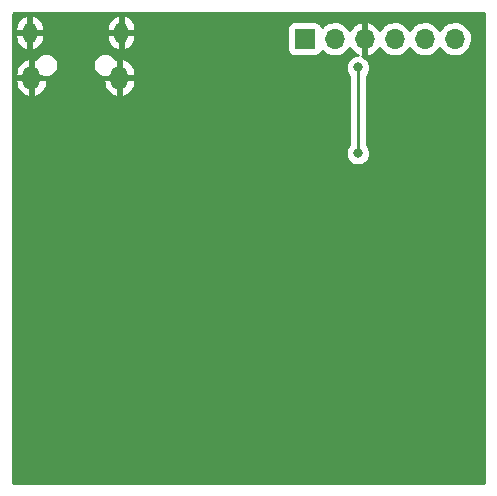
<source format=gbr>
G04 #@! TF.GenerationSoftware,KiCad,Pcbnew,(5.99.0-863-g2d7f4d60c)*
G04 #@! TF.CreationDate,2020-04-02T16:04:36+02:00*
G04 #@! TF.ProjectId,lab1,6c616231-2e6b-4696-9361-645f70636258,rev?*
G04 #@! TF.SameCoordinates,Original*
G04 #@! TF.FileFunction,Copper,L2,Bot*
G04 #@! TF.FilePolarity,Positive*
%FSLAX46Y46*%
G04 Gerber Fmt 4.6, Leading zero omitted, Abs format (unit mm)*
G04 Created by KiCad (PCBNEW (5.99.0-863-g2d7f4d60c)) date 2020-04-02 16:04:36*
%MOMM*%
%LPD*%
G01*
G04 APERTURE LIST*
%ADD10O,1.150000X1.800000*%
%ADD11O,1.450000X2.000000*%
%ADD12O,1.700000X1.700000*%
%ADD13R,1.700000X1.700000*%
%ADD14C,0.800000*%
%ADD15C,0.250000*%
%ADD16C,0.254000*%
G04 APERTURE END LIST*
D10*
X41435000Y-31780000D03*
X49185000Y-31780000D03*
D11*
X41585000Y-35580000D03*
X49035000Y-35580000D03*
D12*
X77410000Y-32300000D03*
X74870000Y-32300000D03*
X72330000Y-32300000D03*
X69790000Y-32300000D03*
X67250000Y-32300000D03*
D13*
X64710000Y-32300000D03*
D14*
X58010000Y-65240000D03*
X69227347Y-34727347D03*
X69227347Y-41992653D03*
X64080000Y-48750000D03*
D15*
X69227347Y-34727347D02*
X69227347Y-41992653D01*
G36*
X79874000Y-69884000D02*
G01*
X40056000Y-69884000D01*
X40056000Y-35781808D01*
X40226000Y-35781808D01*
X40226000Y-35911571D01*
X40226240Y-35917065D01*
X40241054Y-36086387D01*
X40242965Y-36097222D01*
X40301651Y-36316245D01*
X40305414Y-36326584D01*
X40401243Y-36532089D01*
X40406744Y-36541617D01*
X40536802Y-36727361D01*
X40543874Y-36735789D01*
X40704211Y-36896125D01*
X40712639Y-36903198D01*
X40898381Y-37033256D01*
X40907909Y-37038757D01*
X41113415Y-37134586D01*
X41123754Y-37138349D01*
X41358408Y-37201224D01*
X41457000Y-37125571D01*
X41712999Y-37125571D01*
X41811591Y-37201224D01*
X42046245Y-37138349D01*
X42056584Y-37134586D01*
X42262089Y-37038757D01*
X42271617Y-37033256D01*
X42457361Y-36903198D01*
X42465789Y-36896126D01*
X42626126Y-36735789D01*
X42633198Y-36727361D01*
X42763256Y-36541618D01*
X42768757Y-36532090D01*
X42864586Y-36326585D01*
X42868349Y-36316246D01*
X42927035Y-36097223D01*
X42928946Y-36086388D01*
X42943760Y-35917066D01*
X42944000Y-35911572D01*
X42944000Y-35781809D01*
X42943999Y-35781808D01*
X47676000Y-35781808D01*
X47676000Y-35911571D01*
X47676240Y-35917065D01*
X47691054Y-36086387D01*
X47692965Y-36097222D01*
X47751651Y-36316245D01*
X47755414Y-36326584D01*
X47851243Y-36532089D01*
X47856744Y-36541617D01*
X47986802Y-36727361D01*
X47993874Y-36735789D01*
X48154211Y-36896125D01*
X48162639Y-36903198D01*
X48348381Y-37033256D01*
X48357909Y-37038757D01*
X48563415Y-37134586D01*
X48573754Y-37138349D01*
X48808408Y-37201224D01*
X48907000Y-37125571D01*
X49162999Y-37125571D01*
X49261591Y-37201224D01*
X49496245Y-37138349D01*
X49506584Y-37134586D01*
X49712089Y-37038757D01*
X49721617Y-37033256D01*
X49907361Y-36903198D01*
X49915789Y-36896126D01*
X50076126Y-36735789D01*
X50083198Y-36727361D01*
X50213256Y-36541618D01*
X50218757Y-36532090D01*
X50314586Y-36326585D01*
X50318349Y-36316246D01*
X50377035Y-36097223D01*
X50378946Y-36086388D01*
X50393760Y-35917066D01*
X50394000Y-35911572D01*
X50394000Y-35781809D01*
X50320191Y-35708000D01*
X49236809Y-35707999D01*
X49163000Y-35781808D01*
X49162999Y-37125571D01*
X48907000Y-37125571D01*
X48907001Y-35781809D01*
X48833192Y-35708000D01*
X47749809Y-35707999D01*
X47676000Y-35781808D01*
X42943999Y-35781808D01*
X42870191Y-35708000D01*
X41786809Y-35707999D01*
X41713000Y-35781808D01*
X41712999Y-37125571D01*
X41457000Y-37125571D01*
X41457001Y-35781809D01*
X41383192Y-35708000D01*
X40299809Y-35707999D01*
X40226000Y-35781808D01*
X40056000Y-35781808D01*
X40056000Y-35248428D01*
X40226000Y-35248428D01*
X40226000Y-35378191D01*
X40299809Y-35452000D01*
X41383191Y-35452001D01*
X41457000Y-35378192D01*
X41457000Y-35378191D01*
X41712999Y-35378191D01*
X41786808Y-35452000D01*
X42338953Y-35452001D01*
X42381368Y-35476489D01*
X42393433Y-35481861D01*
X42587520Y-35544924D01*
X42600438Y-35547670D01*
X42803397Y-35569001D01*
X42816603Y-35569001D01*
X43019562Y-35547670D01*
X43032480Y-35544924D01*
X43226567Y-35481861D01*
X43238632Y-35476489D01*
X43415368Y-35374450D01*
X43426052Y-35366688D01*
X43577710Y-35230135D01*
X43586547Y-35220320D01*
X43706500Y-35055219D01*
X43713103Y-35043782D01*
X43796108Y-34857350D01*
X43800190Y-34844789D01*
X43842619Y-34645172D01*
X43843999Y-34632038D01*
X43843999Y-34427962D01*
X46776001Y-34427962D01*
X46776001Y-34632038D01*
X46777381Y-34645172D01*
X46819810Y-34844789D01*
X46823892Y-34857350D01*
X46906897Y-35043782D01*
X46913500Y-35055219D01*
X47033453Y-35220320D01*
X47042290Y-35230135D01*
X47193948Y-35366688D01*
X47204632Y-35374450D01*
X47381368Y-35476489D01*
X47393433Y-35481861D01*
X47587520Y-35544924D01*
X47600438Y-35547670D01*
X47803397Y-35569001D01*
X47816603Y-35569001D01*
X48019562Y-35547670D01*
X48032480Y-35544924D01*
X48226568Y-35481860D01*
X48238633Y-35476489D01*
X48281049Y-35452000D01*
X48833191Y-35452001D01*
X48907000Y-35378192D01*
X48907000Y-35378191D01*
X49162999Y-35378191D01*
X49236808Y-35452000D01*
X50320191Y-35452001D01*
X50394000Y-35378192D01*
X50394000Y-35248429D01*
X50393760Y-35242935D01*
X50378946Y-35073613D01*
X50377035Y-35062778D01*
X50318349Y-34843755D01*
X50314586Y-34833416D01*
X50218757Y-34627910D01*
X50213256Y-34618382D01*
X50083198Y-34432639D01*
X50076126Y-34424211D01*
X49915789Y-34263875D01*
X49907361Y-34256802D01*
X49721619Y-34126744D01*
X49712091Y-34121243D01*
X49506585Y-34025414D01*
X49496246Y-34021651D01*
X49261592Y-33958776D01*
X49163000Y-34034429D01*
X49162999Y-35378191D01*
X48907000Y-35378191D01*
X48907001Y-34034429D01*
X48808409Y-33958776D01*
X48695128Y-33989129D01*
X48586547Y-33839680D01*
X48577710Y-33829865D01*
X48426052Y-33693312D01*
X48415368Y-33685550D01*
X48238632Y-33583511D01*
X48226567Y-33578139D01*
X48032480Y-33515076D01*
X48019562Y-33512330D01*
X47816603Y-33490999D01*
X47803397Y-33490999D01*
X47600438Y-33512330D01*
X47587520Y-33515076D01*
X47393433Y-33578139D01*
X47381368Y-33583511D01*
X47204632Y-33685550D01*
X47193948Y-33693312D01*
X47042290Y-33829865D01*
X47033453Y-33839680D01*
X46913500Y-34004781D01*
X46906897Y-34016218D01*
X46823892Y-34202650D01*
X46819810Y-34215211D01*
X46777381Y-34414828D01*
X46776001Y-34427962D01*
X43843999Y-34427962D01*
X43842619Y-34414828D01*
X43800190Y-34215211D01*
X43796108Y-34202650D01*
X43713103Y-34016218D01*
X43706500Y-34004781D01*
X43586547Y-33839680D01*
X43577710Y-33829865D01*
X43426052Y-33693312D01*
X43415368Y-33685550D01*
X43238632Y-33583511D01*
X43226567Y-33578139D01*
X43032480Y-33515076D01*
X43019562Y-33512330D01*
X42816603Y-33490999D01*
X42803397Y-33490999D01*
X42600438Y-33512330D01*
X42587520Y-33515076D01*
X42393433Y-33578139D01*
X42381368Y-33583511D01*
X42204632Y-33685550D01*
X42193948Y-33693312D01*
X42042290Y-33829865D01*
X42033453Y-33839680D01*
X41924872Y-33989129D01*
X41811592Y-33958776D01*
X41713000Y-34034429D01*
X41712999Y-35378191D01*
X41457000Y-35378191D01*
X41457001Y-34034429D01*
X41358409Y-33958776D01*
X41123755Y-34021651D01*
X41113416Y-34025414D01*
X40907911Y-34121243D01*
X40898383Y-34126744D01*
X40712640Y-34256802D01*
X40704212Y-34263874D01*
X40543876Y-34424211D01*
X40536803Y-34432639D01*
X40406745Y-34618382D01*
X40401243Y-34627910D01*
X40305414Y-34833415D01*
X40301651Y-34843754D01*
X40242965Y-35062777D01*
X40241054Y-35073612D01*
X40226240Y-35242934D01*
X40226000Y-35248428D01*
X40056000Y-35248428D01*
X40056000Y-31981808D01*
X40226000Y-31981808D01*
X40226000Y-32158371D01*
X40226264Y-32164139D01*
X40240631Y-32320487D01*
X40242737Y-32331847D01*
X40299901Y-32534535D01*
X40304041Y-32545321D01*
X40397184Y-32734199D01*
X40403221Y-32744050D01*
X40529225Y-32912791D01*
X40536956Y-32921376D01*
X40691600Y-33064328D01*
X40700766Y-33071361D01*
X40878872Y-33183737D01*
X40889166Y-33188982D01*
X41084769Y-33267021D01*
X41095848Y-33270302D01*
X41214868Y-33293976D01*
X41306355Y-33218893D01*
X41562999Y-33218893D01*
X41652597Y-33294407D01*
X41743533Y-33278781D01*
X41754693Y-33275790D01*
X41952271Y-33202900D01*
X41962698Y-33197926D01*
X42143686Y-33090250D01*
X42153032Y-33083459D01*
X42311366Y-32944604D01*
X42319318Y-32936224D01*
X42449697Y-32770841D01*
X42455990Y-32761151D01*
X42554045Y-32574776D01*
X42558467Y-32564102D01*
X42621039Y-32362586D01*
X42623534Y-32350460D01*
X42643655Y-32159025D01*
X42644000Y-32152435D01*
X42644000Y-31981809D01*
X42643999Y-31981808D01*
X47976000Y-31981808D01*
X47976000Y-32158371D01*
X47976264Y-32164139D01*
X47990631Y-32320487D01*
X47992737Y-32331847D01*
X48049901Y-32534535D01*
X48054041Y-32545321D01*
X48147184Y-32734199D01*
X48153221Y-32744050D01*
X48279225Y-32912791D01*
X48286956Y-32921376D01*
X48441600Y-33064328D01*
X48450766Y-33071361D01*
X48628872Y-33183737D01*
X48639166Y-33188982D01*
X48834769Y-33267021D01*
X48845848Y-33270302D01*
X48964868Y-33293976D01*
X49056355Y-33218893D01*
X49312999Y-33218893D01*
X49402597Y-33294407D01*
X49493533Y-33278781D01*
X49504693Y-33275790D01*
X49702271Y-33202900D01*
X49712698Y-33197926D01*
X49893686Y-33090250D01*
X49903032Y-33083459D01*
X50061366Y-32944604D01*
X50069318Y-32936224D01*
X50199697Y-32770841D01*
X50205990Y-32761151D01*
X50304045Y-32574776D01*
X50308467Y-32564102D01*
X50371039Y-32362586D01*
X50373534Y-32350460D01*
X50393655Y-32159025D01*
X50394000Y-32152435D01*
X50394000Y-31981809D01*
X50320191Y-31908000D01*
X49386809Y-31907999D01*
X49313000Y-31981808D01*
X49312999Y-33218893D01*
X49056355Y-33218893D01*
X49057000Y-33218364D01*
X49057001Y-31981809D01*
X48983192Y-31908000D01*
X48049809Y-31907999D01*
X47976000Y-31981808D01*
X42643999Y-31981808D01*
X42570191Y-31908000D01*
X41636809Y-31907999D01*
X41563000Y-31981808D01*
X41562999Y-33218893D01*
X41306355Y-33218893D01*
X41307000Y-33218364D01*
X41307001Y-31981809D01*
X41233192Y-31908000D01*
X40299809Y-31907999D01*
X40226000Y-31981808D01*
X40056000Y-31981808D01*
X40056000Y-31407565D01*
X40226000Y-31407565D01*
X40226000Y-31578191D01*
X40299809Y-31652000D01*
X41233191Y-31652001D01*
X41307000Y-31578192D01*
X41307000Y-31578191D01*
X41562999Y-31578191D01*
X41636808Y-31652000D01*
X42570191Y-31652001D01*
X42644000Y-31578192D01*
X42644000Y-31407565D01*
X47976000Y-31407565D01*
X47976000Y-31578191D01*
X48049809Y-31652000D01*
X48983191Y-31652001D01*
X49057000Y-31578192D01*
X49057000Y-31578191D01*
X49312999Y-31578191D01*
X49386808Y-31652000D01*
X50320191Y-31652001D01*
X50394000Y-31578192D01*
X50394000Y-31444499D01*
X63218163Y-31444499D01*
X63218163Y-33158258D01*
X63220319Y-33174634D01*
X63295137Y-33453859D01*
X63307880Y-33478339D01*
X63438990Y-33634590D01*
X63455879Y-33648761D01*
X63630120Y-33749359D01*
X63650837Y-33756900D01*
X63843538Y-33790878D01*
X63854499Y-33791837D01*
X65568258Y-33791837D01*
X65584634Y-33789681D01*
X65863859Y-33714863D01*
X65888339Y-33702120D01*
X66044590Y-33571010D01*
X66058761Y-33554121D01*
X66159359Y-33379880D01*
X66166900Y-33359163D01*
X66173525Y-33321593D01*
X66248798Y-33402032D01*
X66256722Y-33409180D01*
X66448792Y-33554968D01*
X66457808Y-33560679D01*
X66671696Y-33672021D01*
X66681545Y-33676131D01*
X66911134Y-33749844D01*
X66921535Y-33752236D01*
X67160262Y-33786212D01*
X67170917Y-33786817D01*
X67411956Y-33780084D01*
X67422561Y-33778885D01*
X67659019Y-33731636D01*
X67669270Y-33728667D01*
X67894387Y-33642253D01*
X67903991Y-33637600D01*
X68111330Y-33514491D01*
X68120012Y-33508286D01*
X68303645Y-33352004D01*
X68311158Y-33344424D01*
X68465833Y-33159435D01*
X68471962Y-33150698D01*
X68519486Y-33069043D01*
X68617430Y-33217584D01*
X68624038Y-33225965D01*
X68788798Y-33402032D01*
X68796722Y-33409180D01*
X68988792Y-33554968D01*
X68997808Y-33560679D01*
X69211696Y-33672021D01*
X69221545Y-33676131D01*
X69268937Y-33691347D01*
X69099285Y-33691347D01*
X69082909Y-33693503D01*
X68835512Y-33759793D01*
X68820252Y-33766114D01*
X68598442Y-33894176D01*
X68585338Y-33904231D01*
X68404231Y-34085338D01*
X68394176Y-34098442D01*
X68266114Y-34320252D01*
X68259793Y-34335512D01*
X68193503Y-34582909D01*
X68191347Y-34599285D01*
X68191347Y-34855409D01*
X68193503Y-34871785D01*
X68259793Y-35119182D01*
X68266114Y-35134442D01*
X68394176Y-35356252D01*
X68404231Y-35369356D01*
X68466347Y-35431471D01*
X68466348Y-41288528D01*
X68404231Y-41350644D01*
X68394176Y-41363748D01*
X68266114Y-41585558D01*
X68259793Y-41600818D01*
X68193503Y-41848215D01*
X68191347Y-41864591D01*
X68191347Y-42120715D01*
X68193503Y-42137091D01*
X68259793Y-42384488D01*
X68266114Y-42399748D01*
X68394176Y-42621558D01*
X68404231Y-42634662D01*
X68585338Y-42815769D01*
X68598442Y-42825824D01*
X68820252Y-42953886D01*
X68835512Y-42960207D01*
X69082909Y-43026497D01*
X69099285Y-43028653D01*
X69355409Y-43028653D01*
X69371785Y-43026497D01*
X69619182Y-42960207D01*
X69634442Y-42953886D01*
X69856252Y-42825824D01*
X69869356Y-42815769D01*
X70050463Y-42634662D01*
X70060518Y-42621558D01*
X70188580Y-42399748D01*
X70194901Y-42384488D01*
X70261191Y-42137091D01*
X70263347Y-42120715D01*
X70263347Y-41864591D01*
X70261191Y-41848215D01*
X70194901Y-41600818D01*
X70188580Y-41585558D01*
X70060518Y-41363748D01*
X70050463Y-41350644D01*
X69988347Y-41288529D01*
X69988347Y-35431471D01*
X70050463Y-35369356D01*
X70060518Y-35356252D01*
X70188580Y-35134442D01*
X70194901Y-35119182D01*
X70261191Y-34871785D01*
X70263347Y-34855409D01*
X70263347Y-34599285D01*
X70261191Y-34582909D01*
X70194901Y-34335512D01*
X70188580Y-34320252D01*
X70060518Y-34098442D01*
X70050463Y-34085338D01*
X69869356Y-33904231D01*
X69856252Y-33894176D01*
X69634442Y-33766114D01*
X69619182Y-33759793D01*
X69593132Y-33752813D01*
X69662000Y-33693052D01*
X69662001Y-32501808D01*
X69662000Y-32501807D01*
X69662000Y-32098192D01*
X69917999Y-32098192D01*
X69918000Y-32098193D01*
X69917999Y-33693748D01*
X70010217Y-33769362D01*
X70199019Y-33731636D01*
X70209270Y-33728667D01*
X70434387Y-33642253D01*
X70443991Y-33637600D01*
X70651330Y-33514491D01*
X70660012Y-33508286D01*
X70843645Y-33352004D01*
X70851158Y-33344424D01*
X71005833Y-33159435D01*
X71011962Y-33150698D01*
X71059486Y-33069043D01*
X71157430Y-33217584D01*
X71164038Y-33225965D01*
X71328798Y-33402032D01*
X71336722Y-33409180D01*
X71528792Y-33554968D01*
X71537808Y-33560679D01*
X71751696Y-33672021D01*
X71761545Y-33676131D01*
X71991134Y-33749844D01*
X72001535Y-33752236D01*
X72240262Y-33786212D01*
X72250917Y-33786817D01*
X72491956Y-33780084D01*
X72502561Y-33778885D01*
X72739019Y-33731636D01*
X72749270Y-33728667D01*
X72974387Y-33642253D01*
X72983991Y-33637600D01*
X73191330Y-33514491D01*
X73200012Y-33508286D01*
X73383645Y-33352004D01*
X73391158Y-33344424D01*
X73545833Y-33159435D01*
X73551962Y-33150698D01*
X73599486Y-33069043D01*
X73697430Y-33217584D01*
X73704038Y-33225965D01*
X73868798Y-33402032D01*
X73876722Y-33409180D01*
X74068792Y-33554968D01*
X74077808Y-33560679D01*
X74291696Y-33672021D01*
X74301545Y-33676131D01*
X74531134Y-33749844D01*
X74541535Y-33752236D01*
X74780262Y-33786212D01*
X74790917Y-33786817D01*
X75031956Y-33780084D01*
X75042561Y-33778885D01*
X75279019Y-33731636D01*
X75289270Y-33728667D01*
X75514387Y-33642253D01*
X75523991Y-33637600D01*
X75731330Y-33514491D01*
X75740012Y-33508286D01*
X75923645Y-33352004D01*
X75931158Y-33344424D01*
X76085833Y-33159435D01*
X76091962Y-33150698D01*
X76139486Y-33069043D01*
X76237430Y-33217584D01*
X76244038Y-33225965D01*
X76408798Y-33402032D01*
X76416722Y-33409180D01*
X76608792Y-33554968D01*
X76617808Y-33560679D01*
X76831696Y-33672021D01*
X76841545Y-33676131D01*
X77071134Y-33749844D01*
X77081535Y-33752236D01*
X77320262Y-33786212D01*
X77330917Y-33786817D01*
X77571956Y-33780084D01*
X77582561Y-33778885D01*
X77819019Y-33731636D01*
X77829270Y-33728667D01*
X78054387Y-33642253D01*
X78063991Y-33637600D01*
X78271330Y-33514491D01*
X78280012Y-33508286D01*
X78463645Y-33352004D01*
X78471158Y-33344424D01*
X78625833Y-33159435D01*
X78631962Y-33150698D01*
X78753256Y-32942294D01*
X78757825Y-32932650D01*
X78842272Y-32706787D01*
X78845151Y-32696511D01*
X78890392Y-32459351D01*
X78891507Y-32448128D01*
X78894077Y-32180341D01*
X78893178Y-32169099D01*
X78852499Y-31931114D01*
X78849817Y-31920784D01*
X78769723Y-31693343D01*
X78765339Y-31683612D01*
X78648067Y-31472916D01*
X78642107Y-31464064D01*
X78491013Y-31276140D01*
X78483647Y-31268417D01*
X78303049Y-31108638D01*
X78294486Y-31102267D01*
X78089549Y-30975202D01*
X78080036Y-30970365D01*
X77856619Y-30879645D01*
X77846427Y-30876480D01*
X77610919Y-30824700D01*
X77600340Y-30823298D01*
X77359475Y-30811939D01*
X77348809Y-30812339D01*
X77109474Y-30841727D01*
X77099030Y-30843918D01*
X76868068Y-30913210D01*
X76858142Y-30917130D01*
X76642155Y-31024346D01*
X76633032Y-31029882D01*
X76438199Y-31171957D01*
X76430138Y-31178952D01*
X76262029Y-31351822D01*
X76255263Y-31360074D01*
X76139229Y-31528903D01*
X76108067Y-31472916D01*
X76102107Y-31464064D01*
X75951013Y-31276140D01*
X75943647Y-31268417D01*
X75763049Y-31108638D01*
X75754486Y-31102267D01*
X75549549Y-30975202D01*
X75540036Y-30970365D01*
X75316619Y-30879645D01*
X75306427Y-30876480D01*
X75070919Y-30824700D01*
X75060340Y-30823298D01*
X74819475Y-30811939D01*
X74808809Y-30812339D01*
X74569474Y-30841727D01*
X74559030Y-30843918D01*
X74328068Y-30913210D01*
X74318142Y-30917130D01*
X74102155Y-31024346D01*
X74093032Y-31029882D01*
X73898199Y-31171957D01*
X73890138Y-31178952D01*
X73722029Y-31351822D01*
X73715263Y-31360074D01*
X73599229Y-31528903D01*
X73568067Y-31472916D01*
X73562107Y-31464064D01*
X73411013Y-31276140D01*
X73403647Y-31268417D01*
X73223049Y-31108638D01*
X73214486Y-31102267D01*
X73009549Y-30975202D01*
X73000036Y-30970365D01*
X72776619Y-30879645D01*
X72766427Y-30876480D01*
X72530919Y-30824700D01*
X72520340Y-30823298D01*
X72279475Y-30811939D01*
X72268809Y-30812339D01*
X72029474Y-30841727D01*
X72019030Y-30843918D01*
X71788068Y-30913210D01*
X71778142Y-30917130D01*
X71562155Y-31024346D01*
X71553032Y-31029882D01*
X71358199Y-31171957D01*
X71350138Y-31178952D01*
X71182029Y-31351822D01*
X71175263Y-31360074D01*
X71059229Y-31528903D01*
X71028067Y-31472916D01*
X71022107Y-31464064D01*
X70871013Y-31276140D01*
X70863647Y-31268417D01*
X70683049Y-31108638D01*
X70674486Y-31102267D01*
X70469549Y-30975202D01*
X70460036Y-30970365D01*
X70236619Y-30879645D01*
X70226427Y-30876480D01*
X70012096Y-30829356D01*
X69918000Y-30905011D01*
X69917999Y-32098192D01*
X69662000Y-32098192D01*
X69662001Y-30906201D01*
X69576981Y-30830982D01*
X69489474Y-30841726D01*
X69479030Y-30843918D01*
X69248068Y-30913210D01*
X69238142Y-30917130D01*
X69022155Y-31024346D01*
X69013032Y-31029882D01*
X68818199Y-31171957D01*
X68810138Y-31178952D01*
X68642029Y-31351822D01*
X68635263Y-31360074D01*
X68519229Y-31528903D01*
X68488067Y-31472916D01*
X68482107Y-31464064D01*
X68331013Y-31276140D01*
X68323647Y-31268417D01*
X68143049Y-31108638D01*
X68134486Y-31102267D01*
X67929549Y-30975202D01*
X67920036Y-30970365D01*
X67696619Y-30879645D01*
X67686427Y-30876480D01*
X67450919Y-30824700D01*
X67440340Y-30823298D01*
X67199475Y-30811939D01*
X67188809Y-30812339D01*
X66949474Y-30841727D01*
X66939030Y-30843918D01*
X66708068Y-30913210D01*
X66698142Y-30917130D01*
X66482155Y-31024346D01*
X66473032Y-31029882D01*
X66278199Y-31171957D01*
X66270138Y-31178952D01*
X66163137Y-31288983D01*
X66124863Y-31146142D01*
X66112120Y-31121662D01*
X65981010Y-30965410D01*
X65964121Y-30951239D01*
X65789880Y-30850641D01*
X65769163Y-30843100D01*
X65576462Y-30809122D01*
X65565501Y-30808163D01*
X63851742Y-30808163D01*
X63835366Y-30810319D01*
X63556142Y-30885137D01*
X63531662Y-30897880D01*
X63375410Y-31028990D01*
X63361239Y-31045879D01*
X63260641Y-31220120D01*
X63253100Y-31240837D01*
X63219122Y-31433538D01*
X63218163Y-31444499D01*
X50394000Y-31444499D01*
X50394000Y-31401629D01*
X50393736Y-31395861D01*
X50379369Y-31239513D01*
X50377263Y-31228153D01*
X50320099Y-31025465D01*
X50315959Y-31014679D01*
X50222816Y-30825801D01*
X50216779Y-30815950D01*
X50090775Y-30647209D01*
X50083044Y-30638624D01*
X49928400Y-30495672D01*
X49919234Y-30488639D01*
X49741128Y-30376263D01*
X49730834Y-30371018D01*
X49535231Y-30292979D01*
X49524152Y-30289698D01*
X49405132Y-30266024D01*
X49313000Y-30341636D01*
X49312999Y-31578191D01*
X49057000Y-31578191D01*
X49057001Y-30341107D01*
X48967403Y-30265593D01*
X48876467Y-30281219D01*
X48865307Y-30284210D01*
X48667729Y-30357100D01*
X48657301Y-30362074D01*
X48476315Y-30469751D01*
X48466968Y-30476541D01*
X48308635Y-30615396D01*
X48300683Y-30623776D01*
X48170304Y-30789159D01*
X48164011Y-30798849D01*
X48065956Y-30985224D01*
X48061535Y-30995898D01*
X47998961Y-31197414D01*
X47996466Y-31209540D01*
X47976345Y-31400975D01*
X47976000Y-31407565D01*
X42644000Y-31407565D01*
X42644000Y-31401629D01*
X42643736Y-31395861D01*
X42629369Y-31239513D01*
X42627263Y-31228153D01*
X42570099Y-31025465D01*
X42565959Y-31014679D01*
X42472816Y-30825801D01*
X42466779Y-30815950D01*
X42340775Y-30647209D01*
X42333044Y-30638624D01*
X42178400Y-30495672D01*
X42169234Y-30488639D01*
X41991128Y-30376263D01*
X41980834Y-30371018D01*
X41785231Y-30292979D01*
X41774152Y-30289698D01*
X41655132Y-30266024D01*
X41563000Y-30341636D01*
X41562999Y-31578191D01*
X41307000Y-31578191D01*
X41307001Y-30341107D01*
X41217403Y-30265593D01*
X41126467Y-30281219D01*
X41115307Y-30284210D01*
X40917729Y-30357100D01*
X40907301Y-30362074D01*
X40726315Y-30469751D01*
X40716968Y-30476541D01*
X40558635Y-30615396D01*
X40550683Y-30623776D01*
X40420304Y-30789159D01*
X40414011Y-30798849D01*
X40315956Y-30985224D01*
X40311535Y-30995898D01*
X40248961Y-31197414D01*
X40246466Y-31209540D01*
X40226345Y-31400975D01*
X40226000Y-31407565D01*
X40056000Y-31407565D01*
X40056000Y-30169044D01*
X40116000Y-30144191D01*
X40116000Y-30126000D01*
X79874000Y-30126000D01*
X79874000Y-69884000D01*
G37*
D16*
X79874000Y-69884000D02*
X40056000Y-69884000D01*
X40056000Y-35781808D01*
X40226000Y-35781808D01*
X40226000Y-35911571D01*
X40226240Y-35917065D01*
X40241054Y-36086387D01*
X40242965Y-36097222D01*
X40301651Y-36316245D01*
X40305414Y-36326584D01*
X40401243Y-36532089D01*
X40406744Y-36541617D01*
X40536802Y-36727361D01*
X40543874Y-36735789D01*
X40704211Y-36896125D01*
X40712639Y-36903198D01*
X40898381Y-37033256D01*
X40907909Y-37038757D01*
X41113415Y-37134586D01*
X41123754Y-37138349D01*
X41358408Y-37201224D01*
X41457000Y-37125571D01*
X41712999Y-37125571D01*
X41811591Y-37201224D01*
X42046245Y-37138349D01*
X42056584Y-37134586D01*
X42262089Y-37038757D01*
X42271617Y-37033256D01*
X42457361Y-36903198D01*
X42465789Y-36896126D01*
X42626126Y-36735789D01*
X42633198Y-36727361D01*
X42763256Y-36541618D01*
X42768757Y-36532090D01*
X42864586Y-36326585D01*
X42868349Y-36316246D01*
X42927035Y-36097223D01*
X42928946Y-36086388D01*
X42943760Y-35917066D01*
X42944000Y-35911572D01*
X42944000Y-35781809D01*
X42943999Y-35781808D01*
X47676000Y-35781808D01*
X47676000Y-35911571D01*
X47676240Y-35917065D01*
X47691054Y-36086387D01*
X47692965Y-36097222D01*
X47751651Y-36316245D01*
X47755414Y-36326584D01*
X47851243Y-36532089D01*
X47856744Y-36541617D01*
X47986802Y-36727361D01*
X47993874Y-36735789D01*
X48154211Y-36896125D01*
X48162639Y-36903198D01*
X48348381Y-37033256D01*
X48357909Y-37038757D01*
X48563415Y-37134586D01*
X48573754Y-37138349D01*
X48808408Y-37201224D01*
X48907000Y-37125571D01*
X49162999Y-37125571D01*
X49261591Y-37201224D01*
X49496245Y-37138349D01*
X49506584Y-37134586D01*
X49712089Y-37038757D01*
X49721617Y-37033256D01*
X49907361Y-36903198D01*
X49915789Y-36896126D01*
X50076126Y-36735789D01*
X50083198Y-36727361D01*
X50213256Y-36541618D01*
X50218757Y-36532090D01*
X50314586Y-36326585D01*
X50318349Y-36316246D01*
X50377035Y-36097223D01*
X50378946Y-36086388D01*
X50393760Y-35917066D01*
X50394000Y-35911572D01*
X50394000Y-35781809D01*
X50320191Y-35708000D01*
X49236809Y-35707999D01*
X49163000Y-35781808D01*
X49162999Y-37125571D01*
X48907000Y-37125571D01*
X48907001Y-35781809D01*
X48833192Y-35708000D01*
X47749809Y-35707999D01*
X47676000Y-35781808D01*
X42943999Y-35781808D01*
X42870191Y-35708000D01*
X41786809Y-35707999D01*
X41713000Y-35781808D01*
X41712999Y-37125571D01*
X41457000Y-37125571D01*
X41457001Y-35781809D01*
X41383192Y-35708000D01*
X40299809Y-35707999D01*
X40226000Y-35781808D01*
X40056000Y-35781808D01*
X40056000Y-35248428D01*
X40226000Y-35248428D01*
X40226000Y-35378191D01*
X40299809Y-35452000D01*
X41383191Y-35452001D01*
X41457000Y-35378192D01*
X41457000Y-35378191D01*
X41712999Y-35378191D01*
X41786808Y-35452000D01*
X42338953Y-35452001D01*
X42381368Y-35476489D01*
X42393433Y-35481861D01*
X42587520Y-35544924D01*
X42600438Y-35547670D01*
X42803397Y-35569001D01*
X42816603Y-35569001D01*
X43019562Y-35547670D01*
X43032480Y-35544924D01*
X43226567Y-35481861D01*
X43238632Y-35476489D01*
X43415368Y-35374450D01*
X43426052Y-35366688D01*
X43577710Y-35230135D01*
X43586547Y-35220320D01*
X43706500Y-35055219D01*
X43713103Y-35043782D01*
X43796108Y-34857350D01*
X43800190Y-34844789D01*
X43842619Y-34645172D01*
X43843999Y-34632038D01*
X43843999Y-34427962D01*
X46776001Y-34427962D01*
X46776001Y-34632038D01*
X46777381Y-34645172D01*
X46819810Y-34844789D01*
X46823892Y-34857350D01*
X46906897Y-35043782D01*
X46913500Y-35055219D01*
X47033453Y-35220320D01*
X47042290Y-35230135D01*
X47193948Y-35366688D01*
X47204632Y-35374450D01*
X47381368Y-35476489D01*
X47393433Y-35481861D01*
X47587520Y-35544924D01*
X47600438Y-35547670D01*
X47803397Y-35569001D01*
X47816603Y-35569001D01*
X48019562Y-35547670D01*
X48032480Y-35544924D01*
X48226568Y-35481860D01*
X48238633Y-35476489D01*
X48281049Y-35452000D01*
X48833191Y-35452001D01*
X48907000Y-35378192D01*
X48907000Y-35378191D01*
X49162999Y-35378191D01*
X49236808Y-35452000D01*
X50320191Y-35452001D01*
X50394000Y-35378192D01*
X50394000Y-35248429D01*
X50393760Y-35242935D01*
X50378946Y-35073613D01*
X50377035Y-35062778D01*
X50318349Y-34843755D01*
X50314586Y-34833416D01*
X50218757Y-34627910D01*
X50213256Y-34618382D01*
X50083198Y-34432639D01*
X50076126Y-34424211D01*
X49915789Y-34263875D01*
X49907361Y-34256802D01*
X49721619Y-34126744D01*
X49712091Y-34121243D01*
X49506585Y-34025414D01*
X49496246Y-34021651D01*
X49261592Y-33958776D01*
X49163000Y-34034429D01*
X49162999Y-35378191D01*
X48907000Y-35378191D01*
X48907001Y-34034429D01*
X48808409Y-33958776D01*
X48695128Y-33989129D01*
X48586547Y-33839680D01*
X48577710Y-33829865D01*
X48426052Y-33693312D01*
X48415368Y-33685550D01*
X48238632Y-33583511D01*
X48226567Y-33578139D01*
X48032480Y-33515076D01*
X48019562Y-33512330D01*
X47816603Y-33490999D01*
X47803397Y-33490999D01*
X47600438Y-33512330D01*
X47587520Y-33515076D01*
X47393433Y-33578139D01*
X47381368Y-33583511D01*
X47204632Y-33685550D01*
X47193948Y-33693312D01*
X47042290Y-33829865D01*
X47033453Y-33839680D01*
X46913500Y-34004781D01*
X46906897Y-34016218D01*
X46823892Y-34202650D01*
X46819810Y-34215211D01*
X46777381Y-34414828D01*
X46776001Y-34427962D01*
X43843999Y-34427962D01*
X43842619Y-34414828D01*
X43800190Y-34215211D01*
X43796108Y-34202650D01*
X43713103Y-34016218D01*
X43706500Y-34004781D01*
X43586547Y-33839680D01*
X43577710Y-33829865D01*
X43426052Y-33693312D01*
X43415368Y-33685550D01*
X43238632Y-33583511D01*
X43226567Y-33578139D01*
X43032480Y-33515076D01*
X43019562Y-33512330D01*
X42816603Y-33490999D01*
X42803397Y-33490999D01*
X42600438Y-33512330D01*
X42587520Y-33515076D01*
X42393433Y-33578139D01*
X42381368Y-33583511D01*
X42204632Y-33685550D01*
X42193948Y-33693312D01*
X42042290Y-33829865D01*
X42033453Y-33839680D01*
X41924872Y-33989129D01*
X41811592Y-33958776D01*
X41713000Y-34034429D01*
X41712999Y-35378191D01*
X41457000Y-35378191D01*
X41457001Y-34034429D01*
X41358409Y-33958776D01*
X41123755Y-34021651D01*
X41113416Y-34025414D01*
X40907911Y-34121243D01*
X40898383Y-34126744D01*
X40712640Y-34256802D01*
X40704212Y-34263874D01*
X40543876Y-34424211D01*
X40536803Y-34432639D01*
X40406745Y-34618382D01*
X40401243Y-34627910D01*
X40305414Y-34833415D01*
X40301651Y-34843754D01*
X40242965Y-35062777D01*
X40241054Y-35073612D01*
X40226240Y-35242934D01*
X40226000Y-35248428D01*
X40056000Y-35248428D01*
X40056000Y-31981808D01*
X40226000Y-31981808D01*
X40226000Y-32158371D01*
X40226264Y-32164139D01*
X40240631Y-32320487D01*
X40242737Y-32331847D01*
X40299901Y-32534535D01*
X40304041Y-32545321D01*
X40397184Y-32734199D01*
X40403221Y-32744050D01*
X40529225Y-32912791D01*
X40536956Y-32921376D01*
X40691600Y-33064328D01*
X40700766Y-33071361D01*
X40878872Y-33183737D01*
X40889166Y-33188982D01*
X41084769Y-33267021D01*
X41095848Y-33270302D01*
X41214868Y-33293976D01*
X41306355Y-33218893D01*
X41562999Y-33218893D01*
X41652597Y-33294407D01*
X41743533Y-33278781D01*
X41754693Y-33275790D01*
X41952271Y-33202900D01*
X41962698Y-33197926D01*
X42143686Y-33090250D01*
X42153032Y-33083459D01*
X42311366Y-32944604D01*
X42319318Y-32936224D01*
X42449697Y-32770841D01*
X42455990Y-32761151D01*
X42554045Y-32574776D01*
X42558467Y-32564102D01*
X42621039Y-32362586D01*
X42623534Y-32350460D01*
X42643655Y-32159025D01*
X42644000Y-32152435D01*
X42644000Y-31981809D01*
X42643999Y-31981808D01*
X47976000Y-31981808D01*
X47976000Y-32158371D01*
X47976264Y-32164139D01*
X47990631Y-32320487D01*
X47992737Y-32331847D01*
X48049901Y-32534535D01*
X48054041Y-32545321D01*
X48147184Y-32734199D01*
X48153221Y-32744050D01*
X48279225Y-32912791D01*
X48286956Y-32921376D01*
X48441600Y-33064328D01*
X48450766Y-33071361D01*
X48628872Y-33183737D01*
X48639166Y-33188982D01*
X48834769Y-33267021D01*
X48845848Y-33270302D01*
X48964868Y-33293976D01*
X49056355Y-33218893D01*
X49312999Y-33218893D01*
X49402597Y-33294407D01*
X49493533Y-33278781D01*
X49504693Y-33275790D01*
X49702271Y-33202900D01*
X49712698Y-33197926D01*
X49893686Y-33090250D01*
X49903032Y-33083459D01*
X50061366Y-32944604D01*
X50069318Y-32936224D01*
X50199697Y-32770841D01*
X50205990Y-32761151D01*
X50304045Y-32574776D01*
X50308467Y-32564102D01*
X50371039Y-32362586D01*
X50373534Y-32350460D01*
X50393655Y-32159025D01*
X50394000Y-32152435D01*
X50394000Y-31981809D01*
X50320191Y-31908000D01*
X49386809Y-31907999D01*
X49313000Y-31981808D01*
X49312999Y-33218893D01*
X49056355Y-33218893D01*
X49057000Y-33218364D01*
X49057001Y-31981809D01*
X48983192Y-31908000D01*
X48049809Y-31907999D01*
X47976000Y-31981808D01*
X42643999Y-31981808D01*
X42570191Y-31908000D01*
X41636809Y-31907999D01*
X41563000Y-31981808D01*
X41562999Y-33218893D01*
X41306355Y-33218893D01*
X41307000Y-33218364D01*
X41307001Y-31981809D01*
X41233192Y-31908000D01*
X40299809Y-31907999D01*
X40226000Y-31981808D01*
X40056000Y-31981808D01*
X40056000Y-31407565D01*
X40226000Y-31407565D01*
X40226000Y-31578191D01*
X40299809Y-31652000D01*
X41233191Y-31652001D01*
X41307000Y-31578192D01*
X41307000Y-31578191D01*
X41562999Y-31578191D01*
X41636808Y-31652000D01*
X42570191Y-31652001D01*
X42644000Y-31578192D01*
X42644000Y-31407565D01*
X47976000Y-31407565D01*
X47976000Y-31578191D01*
X48049809Y-31652000D01*
X48983191Y-31652001D01*
X49057000Y-31578192D01*
X49057000Y-31578191D01*
X49312999Y-31578191D01*
X49386808Y-31652000D01*
X50320191Y-31652001D01*
X50394000Y-31578192D01*
X50394000Y-31444499D01*
X63218163Y-31444499D01*
X63218163Y-33158258D01*
X63220319Y-33174634D01*
X63295137Y-33453859D01*
X63307880Y-33478339D01*
X63438990Y-33634590D01*
X63455879Y-33648761D01*
X63630120Y-33749359D01*
X63650837Y-33756900D01*
X63843538Y-33790878D01*
X63854499Y-33791837D01*
X65568258Y-33791837D01*
X65584634Y-33789681D01*
X65863859Y-33714863D01*
X65888339Y-33702120D01*
X66044590Y-33571010D01*
X66058761Y-33554121D01*
X66159359Y-33379880D01*
X66166900Y-33359163D01*
X66173525Y-33321593D01*
X66248798Y-33402032D01*
X66256722Y-33409180D01*
X66448792Y-33554968D01*
X66457808Y-33560679D01*
X66671696Y-33672021D01*
X66681545Y-33676131D01*
X66911134Y-33749844D01*
X66921535Y-33752236D01*
X67160262Y-33786212D01*
X67170917Y-33786817D01*
X67411956Y-33780084D01*
X67422561Y-33778885D01*
X67659019Y-33731636D01*
X67669270Y-33728667D01*
X67894387Y-33642253D01*
X67903991Y-33637600D01*
X68111330Y-33514491D01*
X68120012Y-33508286D01*
X68303645Y-33352004D01*
X68311158Y-33344424D01*
X68465833Y-33159435D01*
X68471962Y-33150698D01*
X68519486Y-33069043D01*
X68617430Y-33217584D01*
X68624038Y-33225965D01*
X68788798Y-33402032D01*
X68796722Y-33409180D01*
X68988792Y-33554968D01*
X68997808Y-33560679D01*
X69211696Y-33672021D01*
X69221545Y-33676131D01*
X69268937Y-33691347D01*
X69099285Y-33691347D01*
X69082909Y-33693503D01*
X68835512Y-33759793D01*
X68820252Y-33766114D01*
X68598442Y-33894176D01*
X68585338Y-33904231D01*
X68404231Y-34085338D01*
X68394176Y-34098442D01*
X68266114Y-34320252D01*
X68259793Y-34335512D01*
X68193503Y-34582909D01*
X68191347Y-34599285D01*
X68191347Y-34855409D01*
X68193503Y-34871785D01*
X68259793Y-35119182D01*
X68266114Y-35134442D01*
X68394176Y-35356252D01*
X68404231Y-35369356D01*
X68466347Y-35431471D01*
X68466348Y-41288528D01*
X68404231Y-41350644D01*
X68394176Y-41363748D01*
X68266114Y-41585558D01*
X68259793Y-41600818D01*
X68193503Y-41848215D01*
X68191347Y-41864591D01*
X68191347Y-42120715D01*
X68193503Y-42137091D01*
X68259793Y-42384488D01*
X68266114Y-42399748D01*
X68394176Y-42621558D01*
X68404231Y-42634662D01*
X68585338Y-42815769D01*
X68598442Y-42825824D01*
X68820252Y-42953886D01*
X68835512Y-42960207D01*
X69082909Y-43026497D01*
X69099285Y-43028653D01*
X69355409Y-43028653D01*
X69371785Y-43026497D01*
X69619182Y-42960207D01*
X69634442Y-42953886D01*
X69856252Y-42825824D01*
X69869356Y-42815769D01*
X70050463Y-42634662D01*
X70060518Y-42621558D01*
X70188580Y-42399748D01*
X70194901Y-42384488D01*
X70261191Y-42137091D01*
X70263347Y-42120715D01*
X70263347Y-41864591D01*
X70261191Y-41848215D01*
X70194901Y-41600818D01*
X70188580Y-41585558D01*
X70060518Y-41363748D01*
X70050463Y-41350644D01*
X69988347Y-41288529D01*
X69988347Y-35431471D01*
X70050463Y-35369356D01*
X70060518Y-35356252D01*
X70188580Y-35134442D01*
X70194901Y-35119182D01*
X70261191Y-34871785D01*
X70263347Y-34855409D01*
X70263347Y-34599285D01*
X70261191Y-34582909D01*
X70194901Y-34335512D01*
X70188580Y-34320252D01*
X70060518Y-34098442D01*
X70050463Y-34085338D01*
X69869356Y-33904231D01*
X69856252Y-33894176D01*
X69634442Y-33766114D01*
X69619182Y-33759793D01*
X69593132Y-33752813D01*
X69662000Y-33693052D01*
X69662001Y-32501808D01*
X69662000Y-32501807D01*
X69662000Y-32098192D01*
X69917999Y-32098192D01*
X69918000Y-32098193D01*
X69917999Y-33693748D01*
X70010217Y-33769362D01*
X70199019Y-33731636D01*
X70209270Y-33728667D01*
X70434387Y-33642253D01*
X70443991Y-33637600D01*
X70651330Y-33514491D01*
X70660012Y-33508286D01*
X70843645Y-33352004D01*
X70851158Y-33344424D01*
X71005833Y-33159435D01*
X71011962Y-33150698D01*
X71059486Y-33069043D01*
X71157430Y-33217584D01*
X71164038Y-33225965D01*
X71328798Y-33402032D01*
X71336722Y-33409180D01*
X71528792Y-33554968D01*
X71537808Y-33560679D01*
X71751696Y-33672021D01*
X71761545Y-33676131D01*
X71991134Y-33749844D01*
X72001535Y-33752236D01*
X72240262Y-33786212D01*
X72250917Y-33786817D01*
X72491956Y-33780084D01*
X72502561Y-33778885D01*
X72739019Y-33731636D01*
X72749270Y-33728667D01*
X72974387Y-33642253D01*
X72983991Y-33637600D01*
X73191330Y-33514491D01*
X73200012Y-33508286D01*
X73383645Y-33352004D01*
X73391158Y-33344424D01*
X73545833Y-33159435D01*
X73551962Y-33150698D01*
X73599486Y-33069043D01*
X73697430Y-33217584D01*
X73704038Y-33225965D01*
X73868798Y-33402032D01*
X73876722Y-33409180D01*
X74068792Y-33554968D01*
X74077808Y-33560679D01*
X74291696Y-33672021D01*
X74301545Y-33676131D01*
X74531134Y-33749844D01*
X74541535Y-33752236D01*
X74780262Y-33786212D01*
X74790917Y-33786817D01*
X75031956Y-33780084D01*
X75042561Y-33778885D01*
X75279019Y-33731636D01*
X75289270Y-33728667D01*
X75514387Y-33642253D01*
X75523991Y-33637600D01*
X75731330Y-33514491D01*
X75740012Y-33508286D01*
X75923645Y-33352004D01*
X75931158Y-33344424D01*
X76085833Y-33159435D01*
X76091962Y-33150698D01*
X76139486Y-33069043D01*
X76237430Y-33217584D01*
X76244038Y-33225965D01*
X76408798Y-33402032D01*
X76416722Y-33409180D01*
X76608792Y-33554968D01*
X76617808Y-33560679D01*
X76831696Y-33672021D01*
X76841545Y-33676131D01*
X77071134Y-33749844D01*
X77081535Y-33752236D01*
X77320262Y-33786212D01*
X77330917Y-33786817D01*
X77571956Y-33780084D01*
X77582561Y-33778885D01*
X77819019Y-33731636D01*
X77829270Y-33728667D01*
X78054387Y-33642253D01*
X78063991Y-33637600D01*
X78271330Y-33514491D01*
X78280012Y-33508286D01*
X78463645Y-33352004D01*
X78471158Y-33344424D01*
X78625833Y-33159435D01*
X78631962Y-33150698D01*
X78753256Y-32942294D01*
X78757825Y-32932650D01*
X78842272Y-32706787D01*
X78845151Y-32696511D01*
X78890392Y-32459351D01*
X78891507Y-32448128D01*
X78894077Y-32180341D01*
X78893178Y-32169099D01*
X78852499Y-31931114D01*
X78849817Y-31920784D01*
X78769723Y-31693343D01*
X78765339Y-31683612D01*
X78648067Y-31472916D01*
X78642107Y-31464064D01*
X78491013Y-31276140D01*
X78483647Y-31268417D01*
X78303049Y-31108638D01*
X78294486Y-31102267D01*
X78089549Y-30975202D01*
X78080036Y-30970365D01*
X77856619Y-30879645D01*
X77846427Y-30876480D01*
X77610919Y-30824700D01*
X77600340Y-30823298D01*
X77359475Y-30811939D01*
X77348809Y-30812339D01*
X77109474Y-30841727D01*
X77099030Y-30843918D01*
X76868068Y-30913210D01*
X76858142Y-30917130D01*
X76642155Y-31024346D01*
X76633032Y-31029882D01*
X76438199Y-31171957D01*
X76430138Y-31178952D01*
X76262029Y-31351822D01*
X76255263Y-31360074D01*
X76139229Y-31528903D01*
X76108067Y-31472916D01*
X76102107Y-31464064D01*
X75951013Y-31276140D01*
X75943647Y-31268417D01*
X75763049Y-31108638D01*
X75754486Y-31102267D01*
X75549549Y-30975202D01*
X75540036Y-30970365D01*
X75316619Y-30879645D01*
X75306427Y-30876480D01*
X75070919Y-30824700D01*
X75060340Y-30823298D01*
X74819475Y-30811939D01*
X74808809Y-30812339D01*
X74569474Y-30841727D01*
X74559030Y-30843918D01*
X74328068Y-30913210D01*
X74318142Y-30917130D01*
X74102155Y-31024346D01*
X74093032Y-31029882D01*
X73898199Y-31171957D01*
X73890138Y-31178952D01*
X73722029Y-31351822D01*
X73715263Y-31360074D01*
X73599229Y-31528903D01*
X73568067Y-31472916D01*
X73562107Y-31464064D01*
X73411013Y-31276140D01*
X73403647Y-31268417D01*
X73223049Y-31108638D01*
X73214486Y-31102267D01*
X73009549Y-30975202D01*
X73000036Y-30970365D01*
X72776619Y-30879645D01*
X72766427Y-30876480D01*
X72530919Y-30824700D01*
X72520340Y-30823298D01*
X72279475Y-30811939D01*
X72268809Y-30812339D01*
X72029474Y-30841727D01*
X72019030Y-30843918D01*
X71788068Y-30913210D01*
X71778142Y-30917130D01*
X71562155Y-31024346D01*
X71553032Y-31029882D01*
X71358199Y-31171957D01*
X71350138Y-31178952D01*
X71182029Y-31351822D01*
X71175263Y-31360074D01*
X71059229Y-31528903D01*
X71028067Y-31472916D01*
X71022107Y-31464064D01*
X70871013Y-31276140D01*
X70863647Y-31268417D01*
X70683049Y-31108638D01*
X70674486Y-31102267D01*
X70469549Y-30975202D01*
X70460036Y-30970365D01*
X70236619Y-30879645D01*
X70226427Y-30876480D01*
X70012096Y-30829356D01*
X69918000Y-30905011D01*
X69917999Y-32098192D01*
X69662000Y-32098192D01*
X69662001Y-30906201D01*
X69576981Y-30830982D01*
X69489474Y-30841726D01*
X69479030Y-30843918D01*
X69248068Y-30913210D01*
X69238142Y-30917130D01*
X69022155Y-31024346D01*
X69013032Y-31029882D01*
X68818199Y-31171957D01*
X68810138Y-31178952D01*
X68642029Y-31351822D01*
X68635263Y-31360074D01*
X68519229Y-31528903D01*
X68488067Y-31472916D01*
X68482107Y-31464064D01*
X68331013Y-31276140D01*
X68323647Y-31268417D01*
X68143049Y-31108638D01*
X68134486Y-31102267D01*
X67929549Y-30975202D01*
X67920036Y-30970365D01*
X67696619Y-30879645D01*
X67686427Y-30876480D01*
X67450919Y-30824700D01*
X67440340Y-30823298D01*
X67199475Y-30811939D01*
X67188809Y-30812339D01*
X66949474Y-30841727D01*
X66939030Y-30843918D01*
X66708068Y-30913210D01*
X66698142Y-30917130D01*
X66482155Y-31024346D01*
X66473032Y-31029882D01*
X66278199Y-31171957D01*
X66270138Y-31178952D01*
X66163137Y-31288983D01*
X66124863Y-31146142D01*
X66112120Y-31121662D01*
X65981010Y-30965410D01*
X65964121Y-30951239D01*
X65789880Y-30850641D01*
X65769163Y-30843100D01*
X65576462Y-30809122D01*
X65565501Y-30808163D01*
X63851742Y-30808163D01*
X63835366Y-30810319D01*
X63556142Y-30885137D01*
X63531662Y-30897880D01*
X63375410Y-31028990D01*
X63361239Y-31045879D01*
X63260641Y-31220120D01*
X63253100Y-31240837D01*
X63219122Y-31433538D01*
X63218163Y-31444499D01*
X50394000Y-31444499D01*
X50394000Y-31401629D01*
X50393736Y-31395861D01*
X50379369Y-31239513D01*
X50377263Y-31228153D01*
X50320099Y-31025465D01*
X50315959Y-31014679D01*
X50222816Y-30825801D01*
X50216779Y-30815950D01*
X50090775Y-30647209D01*
X50083044Y-30638624D01*
X49928400Y-30495672D01*
X49919234Y-30488639D01*
X49741128Y-30376263D01*
X49730834Y-30371018D01*
X49535231Y-30292979D01*
X49524152Y-30289698D01*
X49405132Y-30266024D01*
X49313000Y-30341636D01*
X49312999Y-31578191D01*
X49057000Y-31578191D01*
X49057001Y-30341107D01*
X48967403Y-30265593D01*
X48876467Y-30281219D01*
X48865307Y-30284210D01*
X48667729Y-30357100D01*
X48657301Y-30362074D01*
X48476315Y-30469751D01*
X48466968Y-30476541D01*
X48308635Y-30615396D01*
X48300683Y-30623776D01*
X48170304Y-30789159D01*
X48164011Y-30798849D01*
X48065956Y-30985224D01*
X48061535Y-30995898D01*
X47998961Y-31197414D01*
X47996466Y-31209540D01*
X47976345Y-31400975D01*
X47976000Y-31407565D01*
X42644000Y-31407565D01*
X42644000Y-31401629D01*
X42643736Y-31395861D01*
X42629369Y-31239513D01*
X42627263Y-31228153D01*
X42570099Y-31025465D01*
X42565959Y-31014679D01*
X42472816Y-30825801D01*
X42466779Y-30815950D01*
X42340775Y-30647209D01*
X42333044Y-30638624D01*
X42178400Y-30495672D01*
X42169234Y-30488639D01*
X41991128Y-30376263D01*
X41980834Y-30371018D01*
X41785231Y-30292979D01*
X41774152Y-30289698D01*
X41655132Y-30266024D01*
X41563000Y-30341636D01*
X41562999Y-31578191D01*
X41307000Y-31578191D01*
X41307001Y-30341107D01*
X41217403Y-30265593D01*
X41126467Y-30281219D01*
X41115307Y-30284210D01*
X40917729Y-30357100D01*
X40907301Y-30362074D01*
X40726315Y-30469751D01*
X40716968Y-30476541D01*
X40558635Y-30615396D01*
X40550683Y-30623776D01*
X40420304Y-30789159D01*
X40414011Y-30798849D01*
X40315956Y-30985224D01*
X40311535Y-30995898D01*
X40248961Y-31197414D01*
X40246466Y-31209540D01*
X40226345Y-31400975D01*
X40226000Y-31407565D01*
X40056000Y-31407565D01*
X40056000Y-30169044D01*
X40116000Y-30144191D01*
X40116000Y-30126000D01*
X79874000Y-30126000D01*
X79874000Y-69884000D01*
M02*

</source>
